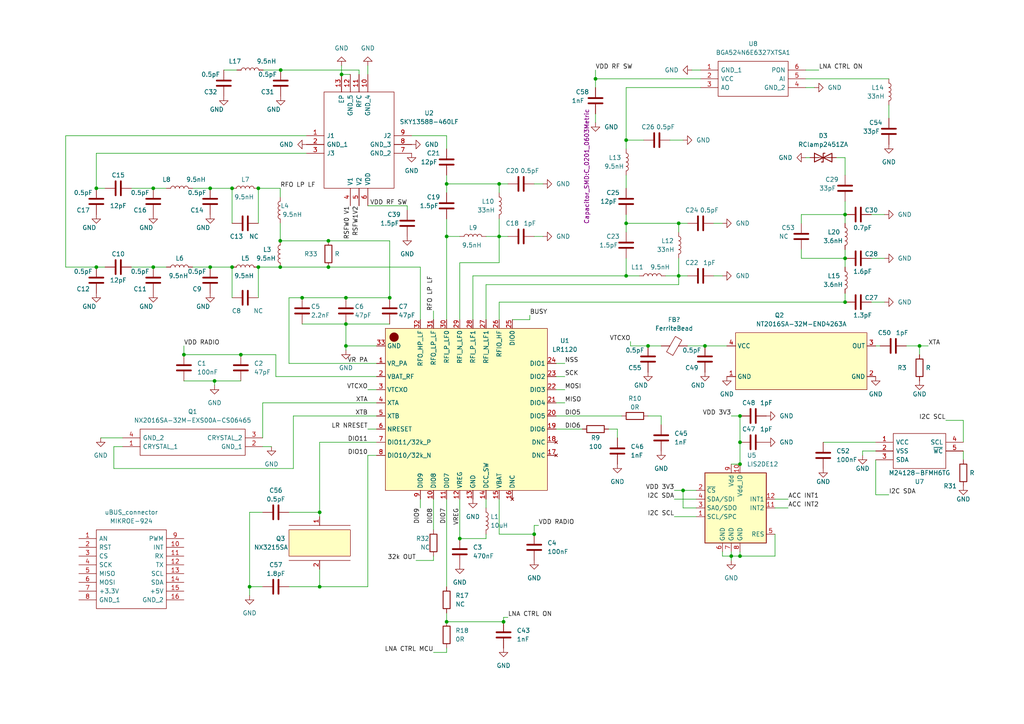
<source format=kicad_sch>
(kicad_sch (version 20211123) (generator eeschema)
  (paper "A4")
  (junction (at 214.63 128.27))
  (junction (at 74.93 54.61))
  (junction (at 100.33 100.33))
  (junction (at 212.09 161.29))
  (junction (at 154.94 154.94))
  (junction (at 245.11 87.63))
  (junction (at 100.33 93.98))
  (junction (at 44.45 77.47))
  (junction (at 181.61 40.64))
  (junction (at 196.85 80.01))
  (junction (at 245.11 74.93))
  (junction (at 198.12 142.24))
  (junction (at 27.94 54.61))
  (junction (at 53.34 102.87))
  (junction (at 81.4133 20.32))
  (junction (at 60.96 54.61))
  (junction (at 99.06 21.59))
  (junction (at 60.96 77.47))
  (junction (at 245.11 62.23))
  (junction (at 214.63 120.65))
  (junction (at 67.31 54.61))
  (junction (at 27.94 77.47))
  (junction (at 81.28 77.47))
  (junction (at 172.72 22.86))
  (junction (at 214.63 161.29))
  (junction (at 181.61 64.77))
  (junction (at 100.33 86.36))
  (junction (at 72.39 170.18))
  (junction (at 95.25 69.85))
  (junction (at 214.63 134.62))
  (junction (at 113.03 86.36))
  (junction (at 187.96 100.33))
  (junction (at 144.78 68.58))
  (junction (at 204.47 100.33))
  (junction (at 69.85 102.87))
  (junction (at 129.54 53.34))
  (junction (at 129.54 68.58))
  (junction (at 44.45 54.61))
  (junction (at 129.54 180.34))
  (junction (at 74.93 77.47))
  (junction (at 92.71 148.59))
  (junction (at 81.28 69.85))
  (junction (at 92.71 170.18))
  (junction (at 196.85 64.77))
  (junction (at 144.78 53.34))
  (junction (at 266.7 100.33))
  (junction (at 133.35 156.21))
  (junction (at 67.31 77.47))
  (junction (at 62.23 110.49))
  (junction (at 146.05 180.34))
  (junction (at 181.61 80.01))
  (junction (at 87.63 86.36))
  (junction (at 95.25 77.47))
  (wire (pts (xy 187.96 100.33) (xy 191.77 100.33)))
  (wire (pts (xy 129.54 144.78) (xy 129.54 170.18)))
  (wire (pts (xy 254 130.81) (xy 250.19 130.81)))
  (wire (pts (xy 33.02 129.54) (xy 35.56 129.54)))
  (wire (pts (xy 92.71 170.18) (xy 92.71 165.1)))
  (wire (pts (xy 100.33 93.98) (xy 113.03 93.98)))
  (wire (pts (xy 172.72 33.02) (xy 172.72 35.56)))
  (wire (pts (xy 76.2 129.54) (xy 78.74 129.54)))
  (wire (pts (xy 106.68 113.03) (xy 109.22 113.03)))
  (wire (pts (xy 76.2 170.18) (xy 72.39 170.18)))
  (wire (pts (xy 76.2 148.59) (xy 72.39 148.59)))
  (wire (pts (xy 212.09 134.62) (xy 214.63 134.62)))
  (wire (pts (xy 60.96 54.61) (xy 67.31 54.61)))
  (wire (pts (xy 266.7 100.33) (xy 269.24 100.33)))
  (wire (pts (xy 129.54 53.34) (xy 129.54 55.88)))
  (wire (pts (xy 279.4 121.92) (xy 274.32 121.92)))
  (wire (pts (xy 232.41 62.23) (xy 245.11 62.23)))
  (wire (pts (xy 262.89 100.33) (xy 266.7 100.33)))
  (wire (pts (xy 53.34 100.33) (xy 53.34 102.87)))
  (wire (pts (xy 85.09 135.89) (xy 33.02 135.89)))
  (wire (pts (xy 233.68 22.86) (xy 257.81 22.86)))
  (wire (pts (xy 212.09 120.65) (xy 214.63 120.65)))
  (wire (pts (xy 245.11 45.72) (xy 245.11 50.8)))
  (wire (pts (xy 196.85 64.77) (xy 199.39 64.77)))
  (wire (pts (xy 214.63 160.02) (xy 214.63 161.29)))
  (wire (pts (xy 254 143.51) (xy 257.81 143.51)))
  (wire (pts (xy 81.4133 20.32) (xy 104.14 20.32)))
  (wire (pts (xy 72.39 148.59) (xy 72.39 170.18)))
  (wire (pts (xy 172.72 20.32) (xy 172.72 22.86)))
  (wire (pts (xy 224.79 144.78) (xy 228.6 144.78)))
  (wire (pts (xy 245.11 58.42) (xy 245.11 62.23)))
  (wire (pts (xy 252.73 87.63) (xy 256.54 87.63)))
  (wire (pts (xy 181.61 62.23) (xy 181.61 64.77)))
  (wire (pts (xy 232.41 64.77) (xy 232.41 62.23)))
  (wire (pts (xy 140.97 92.71) (xy 140.97 82.55)))
  (wire (pts (xy 133.35 92.71) (xy 133.35 76.2)))
  (wire (pts (xy 172.72 22.86) (xy 203.2 22.86)))
  (wire (pts (xy 140.97 68.58) (xy 144.78 68.58)))
  (wire (pts (xy 99.06 19.05) (xy 99.06 21.59)))
  (wire (pts (xy 67.31 86.36) (xy 67.31 77.47)))
  (wire (pts (xy 27.94 54.61) (xy 30.48 54.61)))
  (wire (pts (xy 198.12 142.24) (xy 201.93 142.24)))
  (wire (pts (xy 195.58 149.86) (xy 201.93 149.86)))
  (wire (pts (xy 104.14 21.59) (xy 104.14 20.32)))
  (wire (pts (xy 144.78 55.88) (xy 144.78 53.34)))
  (wire (pts (xy 92.71 149.86) (xy 92.71 148.59)))
  (wire (pts (xy 254 133.35) (xy 254 143.51)))
  (wire (pts (xy 67.31 64.77) (xy 67.31 54.61)))
  (wire (pts (xy 113.03 69.85) (xy 113.03 86.36)))
  (wire (pts (xy 233.68 20.32) (xy 237.49 20.32)))
  (wire (pts (xy 233.68 25.4) (xy 236.22 25.4)))
  (wire (pts (xy 125.73 90.17) (xy 125.73 92.71)))
  (wire (pts (xy 81.28 69.85) (xy 95.25 69.85)))
  (wire (pts (xy 19.05 39.37) (xy 19.05 77.47)))
  (wire (pts (xy 80.01 102.87) (xy 69.85 102.87)))
  (wire (pts (xy 106.68 132.08) (xy 109.22 132.08)))
  (wire (pts (xy 140.97 144.78) (xy 140.97 147.32)))
  (wire (pts (xy 209.55 80.01) (xy 207.01 80.01)))
  (wire (pts (xy 196.85 64.77) (xy 181.61 64.77)))
  (wire (pts (xy 106.68 170.18) (xy 92.71 170.18)))
  (wire (pts (xy 53.34 102.87) (xy 69.85 102.87)))
  (wire (pts (xy 245.11 74.93) (xy 245.11 77.47)))
  (wire (pts (xy 72.39 170.18) (xy 72.39 172.72)))
  (wire (pts (xy 252.73 62.23) (xy 256.54 62.23)))
  (wire (pts (xy 182.88 100.33) (xy 187.96 100.33)))
  (wire (pts (xy 87.63 86.36) (xy 100.33 86.36)))
  (wire (pts (xy 196.85 80.01) (xy 199.39 80.01)))
  (wire (pts (xy 125.73 189.23) (xy 129.54 189.23)))
  (wire (pts (xy 137.16 92.71) (xy 137.16 80.01)))
  (wire (pts (xy 181.61 50.8) (xy 181.61 54.61)))
  (wire (pts (xy 83.82 148.59) (xy 92.71 148.59)))
  (wire (pts (xy 172.72 25.4) (xy 172.72 22.86)))
  (wire (pts (xy 187.96 120.65) (xy 191.77 120.65)))
  (wire (pts (xy 181.61 40.64) (xy 186.69 40.64)))
  (wire (pts (xy 106.68 19.05) (xy 106.68 21.59)))
  (wire (pts (xy 157.48 68.58) (xy 154.94 68.58)))
  (wire (pts (xy 181.61 25.4) (xy 181.61 40.64)))
  (wire (pts (xy 181.61 64.77) (xy 181.61 67.31)))
  (wire (pts (xy 118.11 59.69) (xy 118.11 60.96)))
  (wire (pts (xy 144.78 63.5) (xy 144.78 68.58)))
  (wire (pts (xy 44.45 54.61) (xy 48.26 54.61)))
  (wire (pts (xy 224.79 161.29) (xy 214.63 161.29)))
  (wire (pts (xy 245.11 85.09) (xy 245.11 87.63)))
  (wire (pts (xy 83.82 86.36) (xy 83.82 105.41)))
  (wire (pts (xy 95.25 69.85) (xy 113.03 69.85)))
  (wire (pts (xy 33.02 135.89) (xy 33.02 129.54)))
  (wire (pts (xy 161.29 105.41) (xy 163.83 105.41)))
  (wire (pts (xy 245.11 72.39) (xy 245.11 74.93)))
  (wire (pts (xy 144.78 87.63) (xy 245.11 87.63)))
  (wire (pts (xy 144.78 53.34) (xy 147.32 53.34)))
  (wire (pts (xy 144.78 154.94) (xy 154.94 154.94)))
  (wire (pts (xy 76.2 116.84) (xy 76.2 127)))
  (wire (pts (xy 144.78 76.2) (xy 144.78 68.58)))
  (wire (pts (xy 88.9 44.45) (xy 27.94 44.45)))
  (wire (pts (xy 257.81 30.48) (xy 257.81 34.29)))
  (wire (pts (xy 196.85 74.93) (xy 196.85 80.01)))
  (wire (pts (xy 64.9033 20.32) (xy 68.7133 20.32)))
  (wire (pts (xy 199.39 100.33) (xy 204.47 100.33)))
  (wire (pts (xy 144.78 144.78) (xy 144.78 154.94)))
  (wire (pts (xy 181.61 80.01) (xy 185.42 80.01)))
  (wire (pts (xy 161.29 124.46) (xy 168.91 124.46)))
  (wire (pts (xy 161.29 109.22) (xy 163.83 109.22)))
  (wire (pts (xy 194.31 40.64) (xy 198.12 40.64)))
  (wire (pts (xy 137.16 80.01) (xy 181.61 80.01)))
  (wire (pts (xy 120.65 162.56) (xy 125.73 162.56)))
  (wire (pts (xy 209.55 160.02) (xy 209.55 161.29)))
  (wire (pts (xy 224.79 154.94) (xy 224.79 161.29)))
  (wire (pts (xy 133.35 76.2) (xy 144.78 76.2)))
  (wire (pts (xy 92.71 128.27) (xy 109.22 128.27)))
  (wire (pts (xy 161.29 120.65) (xy 180.34 120.65)))
  (wire (pts (xy 121.92 144.78) (xy 121.92 147.32)))
  (wire (pts (xy 80.01 109.22) (xy 109.22 109.22)))
  (wire (pts (xy 81.28 77.47) (xy 95.25 77.47)))
  (wire (pts (xy 204.47 100.33) (xy 210.82 100.33)))
  (wire (pts (xy 80.01 109.22) (xy 80.01 102.87)))
  (wire (pts (xy 129.54 68.58) (xy 129.54 63.5)))
  (wire (pts (xy 133.35 144.78) (xy 133.35 156.21)))
  (wire (pts (xy 146.05 179.07) (xy 146.05 180.34)))
  (wire (pts (xy 144.78 92.71) (xy 144.78 87.63)))
  (wire (pts (xy 38.1 77.47) (xy 44.45 77.47)))
  (wire (pts (xy 85.09 120.65) (xy 109.22 120.65)))
  (wire (pts (xy 234.95 45.72) (xy 233.68 45.72)))
  (wire (pts (xy 100.33 93.98) (xy 100.33 100.33)))
  (wire (pts (xy 250.19 130.81) (xy 250.19 132.08)))
  (wire (pts (xy 55.88 77.47) (xy 60.96 77.47)))
  (wire (pts (xy 224.79 147.32) (xy 228.6 147.32)))
  (wire (pts (xy 129.54 187.96) (xy 129.54 189.23)))
  (wire (pts (xy 125.73 144.78) (xy 125.73 153.67)))
  (wire (pts (xy 195.58 144.78) (xy 201.93 144.78)))
  (wire (pts (xy 83.82 86.36) (xy 87.63 86.36)))
  (wire (pts (xy 196.85 67.31) (xy 196.85 64.77)))
  (wire (pts (xy 99.06 21.59) (xy 101.6 21.59)))
  (wire (pts (xy 29.21 127) (xy 35.56 127)))
  (wire (pts (xy 140.97 156.21) (xy 133.35 156.21)))
  (wire (pts (xy 238.76 128.27) (xy 254 128.27)))
  (wire (pts (xy 266.7 100.33) (xy 266.7 102.87)))
  (wire (pts (xy 201.93 147.32) (xy 198.12 147.32)))
  (wire (pts (xy 154.94 152.4) (xy 154.94 154.94)))
  (wire (pts (xy 242.57 45.72) (xy 245.11 45.72)))
  (wire (pts (xy 106.68 59.69) (xy 118.11 59.69)))
  (wire (pts (xy 129.54 68.58) (xy 129.54 92.71)))
  (wire (pts (xy 209.55 161.29) (xy 212.09 161.29)))
  (wire (pts (xy 245.11 62.23) (xy 245.11 64.77)))
  (wire (pts (xy 27.94 44.45) (xy 27.94 54.61)))
  (wire (pts (xy 19.05 77.47) (xy 27.94 77.47)))
  (wire (pts (xy 147.32 179.07) (xy 146.05 179.07)))
  (wire (pts (xy 156.21 152.4) (xy 154.94 152.4)))
  (wire (pts (xy 279.4 133.35) (xy 279.4 130.81)))
  (wire (pts (xy 129.54 180.34) (xy 146.05 180.34)))
  (wire (pts (xy 157.48 53.34) (xy 154.94 53.34)))
  (wire (pts (xy 129.54 39.37) (xy 119.38 39.37)))
  (wire (pts (xy 53.34 110.49) (xy 62.23 110.49)))
  (wire (pts (xy 252.73 74.93) (xy 256.54 74.93)))
  (wire (pts (xy 214.63 161.29) (xy 212.09 161.29)))
  (wire (pts (xy 179.07 127) (xy 179.07 124.46)))
  (wire (pts (xy 140.97 82.55) (xy 196.85 82.55)))
  (wire (pts (xy 129.54 43.18) (xy 129.54 39.37)))
  (wire (pts (xy 60.96 77.47) (xy 67.31 77.47)))
  (wire (pts (xy 279.4 128.27) (xy 279.4 121.92)))
  (wire (pts (xy 191.77 123.19) (xy 191.77 120.65)))
  (wire (pts (xy 106.68 124.46) (xy 109.22 124.46)))
  (wire (pts (xy 74.93 54.61) (xy 81.28 54.61)))
  (wire (pts (xy 74.93 64.77) (xy 74.93 54.61)))
  (wire (pts (xy 181.61 43.18) (xy 181.61 40.64)))
  (wire (pts (xy 69.85 110.49) (xy 62.23 110.49)))
  (wire (pts (xy 121.92 92.71) (xy 121.92 77.47)))
  (wire (pts (xy 87.63 93.98) (xy 100.33 93.98)))
  (wire (pts (xy 179.07 124.46) (xy 176.53 124.46)))
  (wire (pts (xy 27.94 77.47) (xy 30.48 77.47)))
  (wire (pts (xy 74.93 86.36) (xy 74.93 77.47)))
  (wire (pts (xy 198.12 147.32) (xy 198.12 142.24)))
  (wire (pts (xy 161.29 113.03) (xy 163.83 113.03)))
  (wire (pts (xy 129.54 50.8) (xy 129.54 53.34)))
  (wire (pts (xy 209.55 64.77) (xy 207.01 64.77)))
  (wire (pts (xy 129.54 177.8) (xy 129.54 180.34)))
  (wire (pts (xy 88.9 39.37) (xy 19.05 39.37)))
  (wire (pts (xy 182.88 99.06) (xy 182.88 100.33)))
  (wire (pts (xy 129.54 68.58) (xy 133.35 68.58)))
  (wire (pts (xy 62.23 110.49) (xy 62.23 111.76)))
  (wire (pts (xy 161.29 116.84) (xy 163.83 116.84)))
  (wire (pts (xy 83.82 105.41) (xy 109.22 105.41)))
  (wire (pts (xy 44.45 77.47) (xy 48.26 77.47)))
  (wire (pts (xy 196.85 82.55) (xy 196.85 80.01)))
  (wire (pts (xy 181.61 80.01) (xy 181.61 74.93)))
  (wire (pts (xy 153.67 92.71) (xy 153.67 91.44)))
  (wire (pts (xy 203.2 25.4) (xy 181.61 25.4)))
  (wire (pts (xy 74.93 77.47) (xy 81.28 77.47)))
  (wire (pts (xy 125.73 162.56) (xy 125.73 161.29)))
  (wire (pts (xy 232.41 72.39) (xy 232.41 74.93)))
  (wire (pts (xy 214.63 128.27) (xy 214.63 134.62)))
  (wire (pts (xy 106.68 132.08) (xy 106.68 170.18)))
  (wire (pts (xy 83.82 170.18) (xy 92.71 170.18)))
  (wire (pts (xy 92.71 148.59) (xy 92.71 128.27)))
  (wire (pts (xy 214.63 120.65) (xy 214.63 128.27)))
  (wire (pts (xy 55.88 54.61) (xy 60.96 54.61)))
  (wire (pts (xy 76.3333 20.32) (xy 81.4133 20.32)))
  (wire (pts (xy 212.09 161.29) (xy 212.09 160.02)))
  (wire (pts (xy 121.92 77.47) (xy 95.25 77.47)))
  (wire (pts (xy 144.78 68.58) (xy 147.32 68.58)))
  (wire (pts (xy 254 100.33) (xy 255.27 100.33)))
  (wire (pts (xy 38.1 54.61) (xy 44.45 54.61)))
  (wire (pts (xy 81.28 57.15) (xy 81.28 54.61)))
  (wire (pts (xy 193.04 80.01) (xy 196.85 80.01)))
  (wire (pts (xy 148.59 92.71) (xy 153.67 92.71)))
  (wire (pts (xy 195.58 142.24) (xy 198.12 142.24)))
  (wire (pts (xy 212.09 162.56) (xy 212.09 161.29)))
  (wire (pts (xy 100.33 100.33) (xy 109.22 100.33)))
  (wire (pts (xy 76.2 116.84) (xy 109.22 116.84)))
  (wire (pts (xy 200.66 20.32) (xy 203.2 20.32)))
  (wire (pts (xy 100.33 86.36) (xy 113.03 86.36)))
  (wire (pts (xy 81.28 69.85) (xy 81.28 64.77)))
  (wire (pts (xy 100.33 100.33) (xy 100.33 101.6)))
  (wire (pts (xy 232.41 74.93) (xy 245.11 74.93)))
  (wire (pts (xy 144.78 53.34) (xy 129.54 53.34)))
  (wire (pts (xy 85.09 135.89) (xy 85.09 120.65)))
  (wire (pts (xy 140.97 154.94) (xy 140.97 156.21)))
  (label "NSS" (at 163.83 105.41 0))
  (label "ACC INT1" (at 228.6 144.78 0))
  (label "SCK" (at 163.83 109.22 0))
  (label "DIO6" (at 163.83 124.46 0))
  (label "VDD 3V3" (at 212.09 120.65 180))
  (label "VTCXO" (at 106.68 113.03 180))
  (label "VDD RADIO" (at 156.21 152.4 0))
  (label "I2C SCL" (at 195.58 149.86 180))
  (label "LR NRESET" (at 106.68 124.46 180))
  (label "DIO7" (at 129.54 147.32 270))
  (label "RFO LP LF" (at 81.28 54.61 0))
  (label "LNA CTRL MCU" (at 125.73 189.23 180))
  (label "VDD RF SW" (at 172.72 20.32 0))
  (label "I2C SDA" (at 195.58 144.78 180))
  (label "I2C SDA" (at 257.81 143.51 0))
  (label "XTB" (at 106.68 120.65 180))
  (label "VDD RF SW" (at 118.11 59.69 180))
  (label "VDD RADIO" (at 53.34 100.33 0))
  (label "RSFW0 V1" (at 101.6 59.69 270))
  (label "VDD 3V3" (at 195.58 142.24 180))
  (label "BUSY" (at 153.67 91.44 0))
  (label "VTCXO" (at 182.88 99.06 180))
  (label "LNA CTRL ON" (at 237.49 20.32 0))
  (label "XTA" (at 269.24 100.33 0))
  (label "VREG" (at 133.35 147.32 270))
  (label "LNA CTRL ON" (at 147.32 179.07 0))
  (label "I2C SCL" (at 274.32 121.92 180))
  (label "XTA" (at 106.68 116.84 180))
  (label "RSFW1V2" (at 104.14 59.69 270))
  (label "RFO LP LF" (at 125.73 90.17 90))
  (label "DIO10" (at 106.68 132.08 180))
  (label "DIO9" (at 121.92 147.32 270))
  (label "DIO8" (at 125.73 147.32 270))
  (label "MOSI" (at 163.83 113.03 0))
  (label "VR PA" (at 106.68 105.41 180))
  (label "MISO" (at 163.83 116.84 0))
  (label "ACC INT2" (at 228.6 147.32 0))
  (label "DIO11" (at 106.68 128.27 180))
  (label "DIO5" (at 163.83 120.65 0))
  (label "32k OUT" (at 120.65 162.56 180))
  (symbol (lib_id "Device:L") (at 144.78 59.69 0) (unit 1)
    (property "Reference" "L10" (at 139.7 58.42 0) (effects (justify left)))
    (property "Value" "33nH" (at 138.43 60.96 0) (effects (justify left)))
    (property "Footprint" "Inductor_SMD:L_01005_0402Metric" (effects hide))
  )
  (symbol (lib_id "Device:C") (at 81.4133 24.13 0) (unit 1)
    (property "Reference" "C31" (at 77.6033 26.67 0))
    (property "Value" "0.5pF" (at 77.6033 21.59 0))
    (property "Footprint" "Capacitor_SMD:C_01005_0402Metric" (effects hide))
  )
  (symbol (lib_id "Device:C") (at 259.08 100.33 270) (unit 1)
    (property "Reference" "C50" (at 256.54 96.52 90))
    (property "Value" "1pF" (at 261.62 96.52 90))
    (property "Footprint" "Capacitor_SMD:C_01005_0402Metric" (effects hide))
  )
  (symbol (lib_id "Device:C") (at 172.72 29.21 180) (unit 1)
    (property "Reference" "C58" (at 168.91 26.67 0))
    (property "Value" "1nF" (at 167.64 29.21 0))
    (property "Footprint" "Capacitor_SMD:C_0201_0603Metric" (at 170.18 48.26 90))
  )
  (symbol (lib_id "power:GND") (at 44.45 62.23 0) (unit 1)
    (property "Reference" "#PWR?" (effects hide))
    (property "Value" "GND" (at 44.4501 66.04 0) (effects (justify right)))
  )
  (symbol (lib_id "Device:FerriteBead") (at 195.58 100.33 90) (unit 1)
    (property "Reference" "FB?" (at 195.5292 92.71 90))
    (property "Value" "FerriteBead" (at 195.5292 95.25 90))
  )
  (symbol (lib_id "Device:L") (at 140.97 151.13 0) (unit 1)
    (property "Reference" "L1" (at 142.24 149.8599 0) (effects (justify left)))
    (property "Value" "10uH" (at 142.24 152.3999 0) (effects (justify left)))
    (property "Footprint" "Inductor_SMD:L_0603_1608Metric" (effects hide))
  )
  (symbol (lib_id "power:GND") (at 204.47 107.95 0) (unit 1)
    (property "Reference" "#PWR?" (effects hide))
    (property "Value" "GND" (at 204.4701 111.76 0) (effects (justify right)))
  )
  (symbol (lib_id "Device:C") (at 27.94 81.28 0) (unit 1)
    (property "Reference" "C12" (at 24.13 83.82 0))
    (property "Value" "0.5pF" (at 24.13 78.74 0))
    (property "Footprint" "Capacitor_SMD:C_01005_0402Metric" (effects hide))
  )
  (symbol (lib_id "Device:C") (at 118.11 64.77 180) (unit 1)
    (property "Reference" "C39" (at 114.3 62.23 0))
    (property "Value" "1.5pF" (at 113.03 64.77 0))
    (property "Footprint" "Capacitor_SMD:C_01005_0402Metric" (effects hide))
  )
  (symbol (lib_id "Device:C") (at 69.85 106.68 0) (unit 1)
    (property "Reference" "C2" (at 73.66 105.4099 0) (effects (justify left)))
    (property "Value" "47pF" (at 73.66 107.9499 0) (effects (justify left)))
    (property "Footprint" "Capacitor_SMD:C_0201_0603Metric" (effects hide))
  )
  (symbol (lib_id "Device:R") (at 172.72 124.46 90) (unit 1)
    (property "Reference" "R9" (at 172.72 127 90))
    (property "Value" "100" (at 172.72 129.54 90))
    (property "Footprint" "Resistor_SMD:R_0201_0603Metric" (effects hide))
  )
  (symbol (lib_id "power:GND") (at 200.66 20.32 270) (unit 1)
    (property "Reference" "#PWR?" (effects hide))
    (property "Value" "GND" (at 196.85 20.3199 90) (effects (justify right)))
  )
  (symbol (lib_id "Device:C") (at 248.92 87.63 90) (unit 1)
    (property "Reference" "C27" (at 252.73 86.36 90))
    (property "Value" "1.3pF" (at 250.19 91.44 90))
    (property "Footprint" "Capacitor_SMD:C_01005_0402Metric" (effects hide))
  )
  (symbol (lib_id "power:GND") (at 222.25 128.27 90) (unit 1)
    (property "Reference" "#PWR?" (effects hide))
    (property "Value" "GND" (at 226.06 128.2699 90) (effects (justify right)))
  )
  (symbol (lib_id "Device:C") (at 71.12 86.36 270) (unit 1)
    (property "Reference" "C8" (at 68.58 90.17 90))
    (property "Value" "NC" (at 74.93 90.17 90))
    (property "Footprint" "Capacitor_SMD:C_01005_0402Metric" (effects hide))
  )
  (symbol (lib_id "power:GND") (at 157.48 53.34 90) (unit 1)
    (property "Reference" "#PWR?" (effects hide))
    (property "Value" "GND" (at 161.29 53.3399 90) (effects (justify right)))
  )
  (symbol (lib_id "SKY13588-460LF:SKY13588-460LF") (at 88.9 39.37 0) (unit 1)
    (property "Reference" "U2" (at 124.46 32.7912 0))
    (property "Value" "SKY13588-460LF" (at 124.46 35.3312 0))
    (property "Footprint" "SKY13588:QFN50P200X200X65-13N-D" (effects hide))
    (property "Datasheet" "https://www.skyworksinc.com/-/media/SkyWorks/Documents/Products/2201-2300/SKY13588_460LF_203512D.pdf" (effects hide))
    (property "Description" "RF Switch ICs .1-6GHz SP3T IL .45dB -40C +105C" (effects hide))
    (property "Height" "0.65" (effects hide))
    (property "Mouser Part Number" "873-SKY13588-460LF" (effects hide))
    (property "Mouser Price/Stock" "https://www.mouser.co.uk/ProductDetail/Skyworks-Solutions-Inc/SKY13588-460LF?qs=Xy3FNZO%2FEu8q7ADFn9Z8ag%3D%3D" (effects hide))
    (property "Manufacturer_Name" "Skyworks" (effects hide))
    (property "Manufacturer_Part_Number" "SKY13588-460LF" (effects hide))
  )
  (symbol (lib_id "BGA524N6E6327XTSA1:BGA524N6E6327XTSA1") (at 203.2 20.32 0) (unit 1)
    (property "Reference" "U8" (at 218.44 12.7 0))
    (property "Value" "BGA524N6E6327XTSA1" (at 218.44 15.24 0))
    (property "Footprint" "BGA524N6:BGS12SN6E6327XTSA1" (effects hide))
    (property "Datasheet" "https://www.infineon.com/dgdl/Infineon-BGA524N6-DS-v03_00-en.pdf?fileId=db3a304344e406b50144e44dfad302b9" (effects hide))
    (property "Description" "INFINEON - BGA524N6E6327XTSA1 - LNA, 19.6DB, 1.55GHZ-1.615GHZ, TSNP-6" (effects hide))
    (property "Mouser Part Number" "726-A524N6E6327XTSA1" (effects hide))
    (property "Mouser Price/Stock" "https://www.mouser.co.uk/ProductDetail/Infineon-Technologies/BGA524N6E6327XTSA1?qs=dZoB6MK9LKODRML%252BhnhJcg%3D%3D" (effects hide))
    (property "Manufacturer_Name" "Infineon" (effects hide))
    (property "Manufacturer_Part_Number" "BGA524N6E6327XTSA1" (effects hide))
  )
  (symbol (lib_id "Device:C") (at 232.41 68.58 180) (unit 1)
    (property "Reference" "C53" (at 228.6 66.04 0))
    (property "Value" "NC" (at 227.33 68.58 0))
    (property "Footprint" "Capacitor_SMD:C_01005_0402Metric" (effects hide))
  )
  (symbol (lib_id "power:GND") (at 256.54 74.93 90) (unit 1)
    (property "Reference" "#PWR?" (effects hide))
    (property "Value" "GND" (at 260.35 74.9299 90) (effects (justify right)))
  )
  (symbol (lib_id "power:GND") (at 209.55 80.01 90) (unit 1)
    (property "Reference" "#PWR?" (effects hide))
    (property "Value" "GND" (at 213.36 80.0099 90) (effects (justify right)))
  )
  (symbol (lib_id "power:GND") (at 137.16 144.78 0) (unit 1)
    (property "Reference" "#PWR?" (effects hide))
    (property "Value" "GND" (at 137.16 149.86 0))
  )
  (symbol (lib_id "power:GND") (at 154.94 162.56 0) (unit 1)
    (property "Reference" "#PWR?" (effects hide))
    (property "Value" "GND" (at 154.94 167.64 0))
  )
  (symbol (lib_id "power:GND") (at 256.54 62.23 90) (unit 1)
    (property "Reference" "#PWR?" (effects hide))
    (property "Value" "GND" (at 260.35 62.2299 90) (effects (justify right)))
  )
  (symbol (lib_id "Device:C") (at 179.07 130.81 0) (unit 1)
    (property "Reference" "C46" (at 182.88 129.5399 0) (effects (justify left)))
    (property "Value" "1nF" (at 182.88 132.0799 0) (effects (justify left)))
    (property "Footprint" "Capacitor_SMD:C_0201_0603Metric" (effects hide))
  )
  (symbol (lib_id "power:GND") (at 81.4133 27.94 0) (unit 1)
    (property "Reference" "#PWR?" (effects hide))
    (property "Value" "GND" (at 81.4134 31.75 0) (effects (justify right)))
  )
  (symbol (lib_id "Device:C") (at 181.61 58.42 180) (unit 1)
    (property "Reference" "C25" (at 177.8 55.88 0))
    (property "Value" "12pF" (at 176.53 58.42 0))
    (property "Footprint" "Capacitor_SMD:C_01005_0402Metric" (effects hide))
  )
  (symbol (lib_id "MIKROE-924:MIKROE-924") (at 22.86 156.21 0) (unit 1)
    (property "Reference" "uBUS_connector" (at 38.1 148.59 0))
    (property "Value" "MIKROE-924" (at 38.1 151.13 0))
    (property "Footprint" "KiCad:MIKROE924" (effects hide))
    (property "Datasheet" "https://www.mikroe.com/microsd-click" (effects hide))
    (property "Description" "microSD click mikroBUS" (effects hide))
    (property "Height" "5" (effects hide))
    (property "Manufacturer_Name" "MIKROELEKTRONIKA" (effects hide))
    (property "Manufacturer_Part_Number" "MIKROE-924" (effects hide))
    (property "Mouser Part Number" "932-MIKROE-924" (effects hide))
    (property "Mouser Price/Stock" "https://www.mouser.com/Search/Refine.aspx?Keyword=932-MIKROE-924" (effects hide))
  )
  (symbol (lib_id "Device:R") (at 129.54 173.99 0) (unit 1)
    (property "Reference" "R17" (at 132.08 172.7199 0) (effects (justify left)))
    (property "Value" "NC" (at 132.08 175.2599 0) (effects (justify left)))
    (property "Footprint" "Resistor_SMD:R_0201_0603Metric" (effects hide))
  )
  (symbol (lib_id "Device:C") (at 218.44 128.27 270) (unit 1)
    (property "Reference" "C47" (at 217.17 124.46 90))
    (property "Value" "1pF" (at 222.25 124.46 90))
    (property "Footprint" "Capacitor_SMD:C_01005_0402Metric" (effects hide))
  )
  (symbol (lib_id "Device:L") (at 81.28 73.66 180) (unit 1)
    (property "Reference" "L3" (at 78.74 72.39 0) (effects (justify left)))
    (property "Value" "9.5nH" (at 80.01 74.93 0) (effects (justify left)))
    (property "Footprint" "Inductor_SMD:L_01005_0402Metric" (effects hide))
  )
  (symbol (lib_id "Device:R") (at 266.7 106.68 180) (unit 1)
    (property "Reference" "R3" (at 261.62 106.68 0))
    (property "Value" "R" (at 269.24 106.68 0))
  )
  (symbol (lib_id "Device:C") (at 257.81 38.1 180) (unit 1)
    (property "Reference" "C54" (at 254 35.56 0))
    (property "Value" "33pF" (at 252.73 38.1 0))
    (property "Footprint" "Capacitor_SMD:C_01005_0402Metric" (effects hide))
  )
  (symbol (lib_id "power:GND") (at 78.74 129.54 0) (unit 1)
    (property "Reference" "#PWR?" (effects hide))
    (property "Value" "GND" (at 78.74 134.62 0))
  )
  (symbol (lib_id "Device:L") (at 72.5233 20.32 90) (unit 1)
    (property "Reference" "L17" (at 69.9833 17.78 90) (effects (justify left)))
    (property "Value" "9.5nH" (at 80.1433 17.78 90) (effects (justify left)))
    (property "Footprint" "Inductor_SMD:L_01005_0402Metric" (effects hide))
  )
  (symbol (lib_id "Device:C") (at 191.77 127 0) (unit 1)
    (property "Reference" "C45" (at 195.58 125.7299 0) (effects (justify left)))
    (property "Value" "1nF" (at 195.58 128.2699 0) (effects (justify left)))
    (property "Footprint" "Capacitor_SMD:C_0201_0603Metric" (effects hide))
  )
  (symbol (lib_id "Device:R") (at 95.25 73.66 180) (unit 1)
    (property "Reference" "R33" (at 90.17 73.66 0))
    (property "Value" "R" (at 97.79 73.66 0))
  )
  (symbol (lib_id "power:GND") (at 172.72 35.56 0) (unit 1)
    (property "Reference" "#PWR?" (effects hide))
    (property "Value" "GND" (at 175.26 36.8299 0) (effects (justify left)))
  )
  (symbol (lib_id "power:GND") (at 279.4 140.97 0) (unit 1)
    (property "Reference" "#PWR?" (effects hide))
    (property "Value" "GND" (at 279.4 144.78 0))
  )
  (symbol (lib_id "power:GND") (at 256.54 87.63 90) (unit 1)
    (property "Reference" "#PWR?" (effects hide))
    (property "Value" "GND" (at 260.35 87.6299 90) (effects (justify right)))
  )
  (symbol (lib_id "Device:C") (at 27.94 58.42 0) (unit 1)
    (property "Reference" "C17" (at 24.13 60.96 0))
    (property "Value" "0.5pF" (at 24.13 55.88 0))
    (property "Footprint" "Capacitor_SMD:C_01005_0402Metric" (effects hide))
  )
  (symbol (lib_id "Device:C") (at 218.44 120.65 270) (unit 1)
    (property "Reference" "C48" (at 217.17 116.84 90))
    (property "Value" "1pF" (at 222.25 116.84 90))
    (property "Footprint" "Capacitor_SMD:C_01005_0402Metric" (effects hide))
  )
  (symbol (lib_id "Device:L") (at 196.85 71.12 0) (unit 1)
    (property "Reference" "L12" (at 191.77 69.85 0) (effects (justify left)))
    (property "Value" "33nH" (at 190.5 72.39 0) (effects (justify left)))
    (property "Footprint" "Inductor_SMD:L_01005_0402Metric" (effects hide))
  )
  (symbol (lib_id "Device:C") (at 80.01 148.59 90) (unit 1)
    (property "Reference" "C56" (at 80.01 142.24 90))
    (property "Value" "0.5pF" (at 80.01 144.78 90))
    (property "Footprint" "Capacitor_SMD:C_0201_0603Metric" (effects hide))
  )
  (symbol (lib_id "power:GND") (at 44.45 85.09 0) (unit 1)
    (property "Reference" "#PWR?" (effects hide))
    (property "Value" "GND" (at 44.4501 88.9 0) (effects (justify right)))
  )
  (symbol (lib_id "Device:C") (at 129.54 59.69 180) (unit 1)
    (property "Reference" "C19" (at 125.73 57.15 0))
    (property "Value" "1.5pF" (at 124.46 59.69 0))
    (property "Footprint" "Capacitor_SMD:C_01005_0402Metric" (effects hide))
  )
  (symbol (lib_id "Device:C") (at 151.13 68.58 270) (unit 1)
    (property "Reference" "C18" (at 148.59 64.77 90))
    (property "Value" "1pF" (at 153.67 64.77 90))
    (property "Footprint" "Capacitor_SMD:C_01005_0402Metric" (effects hide))
  )
  (symbol (lib_id "power:GND") (at 60.96 85.09 0) (unit 1)
    (property "Reference" "#PWR?" (effects hide))
    (property "Value" "GND" (at 60.9601 88.9 0) (effects (justify right)))
  )
  (symbol (lib_id "Device:C") (at 60.96 81.28 0) (unit 1)
    (property "Reference" "C9" (at 57.15 83.82 0))
    (property "Value" "0.5pF" (at 57.15 78.74 0))
    (property "Footprint" "Capacitor_SMD:C_01005_0402Metric" (effects hide))
  )
  (symbol (lib_id "Device:R") (at 184.15 120.65 90) (unit 1)
    (property "Reference" "R10" (at 184.15 115.57 90))
    (property "Value" "0R" (at 184.15 118.11 90))
    (property "Footprint" "Resistor_SMD:R_0603_1608Metric" (effects hide))
  )
  (symbol (lib_id "Device:C") (at 146.05 184.15 0) (unit 1)
    (property "Reference" "C43" (at 149.86 182.8799 0) (effects (justify left)))
    (property "Value" "1nF" (at 149.86 185.4199 0) (effects (justify left)))
    (property "Footprint" "Capacitor_SMD:C_0201_0603Metric" (effects hide))
  )
  (symbol (lib_id "power:GND") (at 27.94 62.23 0) (unit 1)
    (property "Reference" "#PWR?" (effects hide))
    (property "Value" "GND" (at 27.9401 66.04 0) (effects (justify right)))
  )
  (symbol (lib_id "Device:C") (at 44.45 58.42 0) (unit 1)
    (property "Reference" "C16" (at 40.64 60.96 0))
    (property "Value" "0.5pF" (at 40.64 55.88 0))
    (property "Footprint" "Capacitor_SMD:C_01005_0402Metric" (effects hide))
  )
  (symbol (lib_id "power:GND") (at 187.96 107.95 0) (unit 1)
    (property "Reference" "#PWR?" (effects hide))
    (property "Value" "GND" (at 187.9601 111.76 0) (effects (justify right)))
  )
  (symbol (lib_id "power:GND") (at 119.38 44.45 0) (unit 1)
    (property "Reference" "#PWR?" (effects hide))
    (property "Value" "GND" (at 119.38 49.53 0))
  )
  (symbol (lib_id "power:GND") (at 212.09 162.56 0) (unit 1)
    (property "Reference" "#PWR?" (effects hide))
    (property "Value" "GND" (at 212.09 167.64 0))
  )
  (symbol (lib_id "power:GND") (at 238.76 135.89 0) (unit 1)
    (property "Reference" "#PWR?" (effects hide))
    (property "Value" "GND" (at 238.76 139.7 0))
  )
  (symbol (lib_id "power:GND") (at 146.05 187.96 0) (unit 1)
    (property "Reference" "#PWR?" (effects hide))
    (property "Value" "GND" (at 146.05 193.04 0))
  )
  (symbol (lib_id "Device:L") (at 181.61 46.99 0) (unit 1)
    (property "Reference" "L13" (at 176.53 45.72 0) (effects (justify left)))
    (property "Value" "9.5nH" (at 175.26 48.26 0) (effects (justify left)))
    (property "Footprint" "Inductor_SMD:L_01005_0402Metric" (effects hide))
  )
  (symbol (lib_id "Sensor_Motion:LIS2DE12") (at 212.09 147.32 0) (unit 1)
    (property "Reference" "U5" (at 216.6494 132.08 0) (effects (justify left)))
    (property "Value" "LIS2DE12" (at 216.6494 134.62 0) (effects (justify left)))
    (property "Footprint" "Package_LGA:LGA-12_2x2mm_P0.5mm" (effects hide))
    (property "Datasheet" "https://www.st.com/resource/en/datasheet/lis2DE12.pdf" (effects hide))
  )
  (symbol (lib_id "power:GND") (at 257.81 41.91 0) (unit 1)
    (property "Reference" "#PWR?" (effects hide))
    (property "Value" "GND" (at 257.81 46.99 0))
  )
  (symbol (lib_id "power:GND") (at 191.77 130.81 0) (unit 1)
    (property "Reference" "#PWR?" (effects hide))
    (property "Value" "GND" (at 191.77 135.89 0))
  )
  (symbol (lib_id "Device:C") (at 64.9033 24.13 0) (unit 1)
    (property "Reference" "C32" (at 61.0933 26.67 0))
    (property "Value" "0.5pF" (at 61.0933 21.59 0))
    (property "Footprint" "Capacitor_SMD:C_01005_0402Metric" (effects hide))
  )
  (symbol (lib_id "Device:C") (at 203.2 64.77 270) (unit 1)
    (property "Reference" "C24" (at 200.66 60.96 90))
    (property "Value" "0.5pF" (at 205.74 60.96 90))
    (property "Footprint" "Capacitor_SMD:C_01005_0402Metric" (effects hide))
  )
  (symbol (lib_id "Device:C") (at 129.54 46.99 180) (unit 1)
    (property "Reference" "C21" (at 125.73 44.45 0))
    (property "Value" "12pF" (at 124.46 46.99 0))
    (property "Footprint" "Capacitor_SMD:C_01005_0402Metric" (effects hide))
  )
  (symbol (lib_id "Device:C") (at 100.33 90.17 0) (unit 1)
    (property "Reference" "C6" (at 102.87 88.9 0) (effects (justify left)))
    (property "Value" "47pF" (at 102.87 91.44 0) (effects (justify left)))
    (property "Footprint" "Capacitor_SMD:C_0201_0603Metric" (effects hide))
  )
  (symbol (lib_id "Device:C") (at 87.63 90.17 0) (unit 1)
    (property "Reference" "C5" (at 90.17 88.9 0) (effects (justify left)))
    (property "Value" "2.2nF" (at 90.17 91.44 0) (effects (justify left)))
    (property "Footprint" "Capacitor_SMD:C_0201_0603Metric" (effects hide))
  )
  (symbol (lib_id "Device:C") (at 60.96 58.42 0) (unit 1)
    (property "Reference" "C14" (at 57.15 60.96 0))
    (property "Value" "0.5pF" (at 57.15 55.88 0))
    (property "Footprint" "Capacitor_SMD:C_01005_0402Metric" (effects hide))
  )
  (symbol (lib_id "power:GND") (at 99.06 19.05 180) (unit 1)
    (property "Reference" "#PWR?" (effects hide))
    (property "Value" "GND" (at 99.06 13.97 0))
  )
  (symbol (lib_id "power:GND") (at 198.12 40.64 90) (unit 1)
    (property "Reference" "#PWR?" (effects hide))
    (property "Value" "GND" (at 201.93 40.6399 90) (effects (justify right)))
  )
  (symbol (lib_id "Device:C") (at 248.92 74.93 90) (unit 1)
    (property "Reference" "C28" (at 252.73 73.66 90))
    (property "Value" "1.6pF" (at 250.19 78.74 90))
    (property "Footprint" "Capacitor_SMD:C_01005_0402Metric" (effects hide))
  )
  (symbol (lib_id "power:GND") (at 233.68 45.72 270) (unit 1)
    (property "Reference" "#PWR?" (effects hide))
    (property "Value" "GND" (at 229.87 45.7201 90) (effects (justify right)))
  )
  (symbol (lib_id "TCXO:NT2016SA-32M-END4263A") (at 231.14 104.14 0) (unit 1)
    (property "Reference" "Q2" (at 226.06 91.44 0))
    (property "Value" "NT2016SA-32M-END4263A" (at 232.41 93.98 0))
    (property "Footprint" "TXCO:NT2016SA-32M-END4263A" (effects hide))
  )
  (symbol (lib_id "Device:L") (at 52.07 54.61 90) (unit 1)
    (property "Reference" "L8" (at 49.53 52.07 90) (effects (justify left)))
    (property "Value" "9.5nH" (at 59.69 52.07 90) (effects (justify left)))
    (property "Footprint" "Inductor_SMD:L_01005_0402Metric" (effects hide))
  )
  (symbol (lib_id "Device:L") (at 71.12 77.47 90) (unit 1)
    (property "Reference" "L5" (at 72.39 74.93 90) (effects (justify left)))
    (property "Value" "9.5nH" (at 73.66 80.01 90) (effects (justify left)))
    (property "Footprint" "Inductor_SMD:L_01005_0402Metric" (effects hide))
  )
  (symbol (lib_id "power:GND") (at 179.07 134.62 0) (unit 1)
    (property "Reference" "#PWR?" (effects hide))
    (property "Value" "GND" (at 179.07 139.7 0))
  )
  (symbol (lib_id "TCXO:NX3215SA") (at 92.71 157.48 0) (unit 1)
    (property "Reference" "Q3" (at 80.01 156.21 0) (effects (justify left)))
    (property "Value" "NX3215SA" (at 73.66 158.75 0) (effects (justify left)))
    (property "Footprint" "TXCO:NX3215SA" (effects hide))
  )
  (symbol (lib_id "Device:D_TVS") (at 238.76 45.72 0) (unit 1)
    (property "Reference" "D3" (at 238.76 39.37 0))
    (property "Value" "RClamp2451ZA" (at 238.76 41.91 0))
    (property "Footprint" "Diode_SMD:D_0201_0603Metric" (effects hide))
  )
  (symbol (lib_id "Device:C") (at 204.47 104.14 0) (unit 1)
    (property "Reference" "C49" (at 200.66 106.68 0))
    (property "Value" "0.5pF" (at 200.66 101.6 0))
    (property "Footprint" "Capacitor_SMD:C_01005_0402Metric" (effects hide))
  )
  (symbol (lib_id "power:GND") (at 236.22 25.4 90) (unit 1)
    (property "Reference" "#PWR?" (effects hide))
    (property "Value" "GND" (at 240.03 25.3999 90) (effects (justify right)))
  )
  (symbol (lib_id "Device:R") (at 125.73 157.48 0) (unit 1)
    (property "Reference" "R32" (at 120.65 156.21 0) (effects (justify left)))
    (property "Value" "NC" (at 121.92 158.75 0) (effects (justify left)))
    (property "Footprint" "Resistor_SMD:R_0201_0603Metric" (effects hide))
  )
  (symbol (lib_id "Device:C") (at 245.11 54.61 180) (unit 1)
    (property "Reference" "C29" (at 241.3 52.07 0))
    (property "Value" "33pF" (at 240.03 54.61 0))
    (property "Footprint" "Capacitor_SMD:C_01005_0402Metric" (effects hide))
  )
  (symbol (lib_id "Device:C") (at 181.61 71.12 180) (unit 1)
    (property "Reference" "C23" (at 177.8 68.58 0))
    (property "Value" "1.5pF" (at 176.53 71.12 0))
    (property "Footprint" "Capacitor_SMD:C_01005_0402Metric" (effects hide))
  )
  (symbol (lib_id "power:GND") (at 118.11 68.58 0) (unit 1)
    (property "Reference" "#PWR?" (effects hide))
    (property "Value" "GND" (at 118.11 73.66 0))
  )
  (symbol (lib_id "Device:L") (at 52.07 77.47 90) (unit 1)
    (property "Reference" "L6" (at 53.34 74.93 90) (effects (justify left)))
    (property "Value" "9.5nH" (at 54.61 80.01 90) (effects (justify left)))
    (property "Footprint" "Inductor_SMD:L_01005_0402Metric" (effects hide))
  )
  (symbol (lib_id "power:GND") (at 266.7 110.49 0) (unit 1)
    (property "Reference" "#PWR?" (effects hide))
    (property "Value" "GND" (at 266.7 114.3 0))
  )
  (symbol (lib_id "Device:C") (at 53.34 106.68 0) (unit 1)
    (property "Reference" "C1" (at 57.15 105.4099 0) (effects (justify left)))
    (property "Value" "100nF" (at 57.15 107.9499 0) (effects (justify left)))
    (property "Footprint" "Capacitor_SMD:C_0201_0603Metric" (effects hide))
  )
  (symbol (lib_id "power:GND") (at 100.33 101.6 0) (unit 1)
    (property "Reference" "#PWR?" (effects hide))
    (property "Value" "GND" (at 100.33 106.68 0))
  )
  (symbol (lib_id "Device:C") (at 203.2 80.01 270) (unit 1)
    (property "Reference" "C22" (at 200.66 76.2 90))
    (property "Value" "1pF" (at 205.74 76.2 90))
    (property "Footprint" "Capacitor_SMD:C_01005_0402Metric" (effects hide))
  )
  (symbol (lib_id "Device:C") (at 113.03 90.17 0) (unit 1)
    (property "Reference" "C7" (at 115.57 88.9 0) (effects (justify left)))
    (property "Value" "47pF" (at 115.57 91.44 0) (effects (justify left)))
    (property "Footprint" "Capacitor_SMD:C_0201_0603Metric" (effects hide))
  )
  (symbol (lib_id "Device:C") (at 80.01 170.18 90) (unit 1)
    (property "Reference" "C57" (at 80.01 163.83 90))
    (property "Value" "1.8pF" (at 80.01 166.37 90))
    (property "Footprint" "Capacitor_SMD:C_0201_0603Metric" (effects hide))
  )
  (symbol (lib_id "power:GND") (at 133.35 163.83 0) (unit 1)
    (property "Reference" "#PWR?" (effects hide))
    (property "Value" "GND" (at 133.35 168.91 0))
  )
  (symbol (lib_id "LR1120:LR1120") (at 134.62 119.38 0) (unit 1)
    (property "Reference" "U1" (at 163.83 98.8312 0))
    (property "Value" "LR1120" (at 163.83 101.3712 0))
    (property "Footprint" "Package_DFN_QFN:QFN-32-1EP_5x5mm_P0.5mm_EP3.7x3.7mm_ThermalVias" (effects hide))
  )
  (symbol (lib_id "power:GND") (at 60.96 62.23 0) (unit 1)
    (property "Reference" "#PWR?" (effects hide))
    (property "Value" "GND" (at 60.9601 66.04 0) (effects (justify right)))
  )
  (symbol (lib_id "Device:L") (at 81.28 60.96 180) (unit 1)
    (property "Reference" "L4" (at 83.82 59.69 0) (effects (justify left)))
    (property "Value" "9.5nH" (at 87.63 62.23 0) (effects (justify left)))
    (property "Footprint" "Inductor_SMD:L_01005_0402Metric" (effects hide))
  )
  (symbol (lib_id "Device:L") (at 257.81 26.67 0) (unit 1)
    (property "Reference" "L14" (at 252.73 25.4 0) (effects (justify left)))
    (property "Value" "33nH" (at 251.46 27.94 0) (effects (justify left)))
    (property "Footprint" "Inductor_SMD:L_01005_0402Metric" (effects hide))
  )
  (symbol (lib_id "Device:C") (at 34.29 54.61 270) (unit 1)
    (property "Reference" "C15" (at 34.29 50.8 90))
    (property "Value" "12pF" (at 34.29 59.69 90))
    (property "Footprint" "Capacitor_SMD:C_01005_0402Metric" (effects hide))
  )
  (symbol (lib_id "Device:C") (at 190.5 40.64 270) (unit 1)
    (property "Reference" "C26" (at 187.96 36.83 90))
    (property "Value" "0.5pF" (at 193.04 36.83 90))
    (property "Footprint" "Capacitor_SMD:C_01005_0402Metric" (effects hide))
  )
  (symbol (lib_id "power:GND") (at 119.38 41.91 90) (unit 1)
    (property "Reference" "#PWR?" (effects hide))
    (property "Value" "GND" (at 123.19 41.9099 90) (effects (justify right)))
  )
  (symbol (lib_id "power:GND") (at 88.9 41.91 270) (unit 1)
    (property "Reference" "#PWR?" (effects hide))
    (property "Value" "GND" (at 85.09 41.9101 90) (effects (justify right)))
  )
  (symbol (lib_id "power:GND") (at 29.21 127 0) (unit 1)
    (property "Reference" "#PWR?" (effects hide))
    (property "Value" "GND" (at 29.21 132.08 0))
  )
  (symbol (lib_id "power:GND") (at 62.23 111.76 0) (unit 1)
    (property "Reference" "#PWR?" (effects hide))
    (property "Value" "GND" (at 62.23 116.84 0))
  )
  (symbol (lib_id "power:GND") (at 106.68 19.05 180) (unit 1)
    (property "Reference" "#PWR?" (effects hide))
    (property "Value" "GND" (at 106.68 13.97 0))
  )
  (symbol (lib_id "Device:R") (at 129.54 184.15 0) (unit 1)
    (property "Reference" "R18" (at 132.08 182.8799 0) (effects (justify left)))
    (property "Value" "0R" (at 132.08 185.4199 0) (effects (justify left)))
    (property "Footprint" "Resistor_SMD:R_0201_0603Metric" (effects hide))
  )
  (symbol (lib_id "NX2016SA-32M-EXS00A-CS06465:NX2016SA-32M-EXS00A-CS06465") (at 35.56 127 0) (unit 1)
    (property "Reference" "Q1" (at 55.88 119.38 0))
    (property "Value" "NX2016SA-32M-EXS00A-CS06465" (at 55.88 121.92 0))
    (property "Footprint" "EXS00A-CS06465:NX2016SA32MEXS00ACS06465" (effects hide))
    (property "Datasheet" "http://www.ndk.com/images/products/catalog/c_NX2016SA_e.pdf" (effects hide))
    (property "Description" "CRYSTAL 32MHZ 10PF SMD" (effects hide))
    (property "Height" "0.5" (effects hide))
    (property "Mouser Part Number" "344-NX2016SA32S06465" (effects hide))
    (property "Mouser Price/Stock" "https://www.mouser.co.uk/ProductDetail/NDK/NX2016SA-32M-EXS00A-CS06465?qs=w%2Fv1CP2dgqr82b0JjRnv4A%3D%3D" (effects hide))
    (property "Manufacturer_Name" "NDK" (effects hide))
    (property "Manufacturer_Part_Number" "NX2016SA-32M-EXS00A-CS06465" (effects hide))
  )
  (symbol (lib_id "power:GND") (at 209.55 64.77 90) (unit 1)
    (property "Reference" "#PWR?" (effects hide))
    (property "Value" "GND" (at 213.36 64.7699 90) (effects (justify right)))
  )
  (symbol (lib_id "power:GND") (at 157.48 68.58 90) (unit 1)
    (property "Reference" "#PWR?" (effects hide))
    (property "Value" "GND" (at 161.29 68.5799 90) (effects (justify right)))
  )
  (symbol (lib_id "Device:C") (at 71.12 64.77 270) (unit 1)
    (property "Reference" "C13" (at 68.58 68.58 90))
    (property "Value" "NC" (at 73.66 68.58 90))
    (property "Footprint" "Capacitor_SMD:C_01005_0402Metric" (effects hide))
  )
  (symbol (lib_id "power:GND") (at 64.9033 27.94 0) (unit 1)
    (property "Reference" "#PWR?" (effects hide))
    (property "Value" "GND" (at 64.9034 31.75 0) (effects (justify right)))
  )
  (symbol (lib_id "Device:C") (at 238.76 132.08 0) (unit 1)
    (property "Reference" "C52" (at 242.57 130.8099 0) (effects (justify left)))
    (property "Value" "100nF" (at 242.57 133.3499 0) (effects (justify left)))
    (property "Footprint" "Capacitor_SMD:C_0201_0603Metric_Pad0.64x0.40mm_HandSolder" (effects hide))
  )
  (symbol (lib_id "power:GND") (at 254 109.22 0) (unit 1)
    (property "Reference" "#PWR?" (effects hide))
    (property "Value" "GND" (at 254 114.3 0))
  )
  (symbol (lib_id "Device:L") (at 245.11 68.58 0) (unit 1)
    (property "Reference" "L20" (at 240.03 67.31 0) (effects (justify left)))
    (property "Value" "3.6nH" (at 238.76 69.85 0) (effects (justify left)))
    (property "Footprint" "Inductor_SMD:L_01005_0402Metric" (effects hide))
  )
  (symbol (lib_id "power:GND") (at 222.25 120.65 90) (unit 1)
    (property "Reference" "#PWR?" (effects hide))
    (property "Value" "GND" (at 226.06 120.6499 90) (effects (justify right)))
  )
  (symbol (lib_id "Device:C") (at 187.96 104.14 0) (unit 1)
    (property "Reference" "C55" (at 184.15 106.68 0))
    (property "Value" "0.5pF" (at 184.15 101.6 0))
    (property "Footprint" "Capacitor_SMD:C_01005_0402Metric" (effects hide))
  )
  (symbol (lib_id "power:GND") (at 72.39 172.72 0) (unit 1)
    (property "Reference" "#PWR?" (effects hide))
    (property "Value" "GND" (at 72.39 177.8 0))
  )
  (symbol (lib_id "Device:C") (at 151.13 53.34 270) (unit 1)
    (property "Reference" "C20" (at 148.59 49.53 90))
    (property "Value" "0.5pF" (at 153.67 49.53 90))
    (property "Footprint" "Capacitor_SMD:C_01005_0402Metric" (effects hide))
  )
  (symbol (lib_id "Device:C") (at 34.29 77.47 270) (unit 1)
    (property "Reference" "C10" (at 34.29 73.66 90))
    (property "Value" "12pF" (at 34.29 81.28 90))
    (property "Footprint" "Capacitor_SMD:C_01005_0402Metric" (effects hide))
  )
  (symbol (lib_id "power:GND") (at 210.82 109.22 0) (unit 1)
    (property "Reference" "#PWR?" (effects hide))
    (property "Value" "GND" (at 210.82 114.3 0))
  )
  (symbol (lib_id "M24128-BFMH6TG:M24128-BFMH6TG") (at 254 128.27 0) (unit 1)
    (property "Reference" "U7" (at 266.7 139.7 0))
    (property "Value" "M24128-BFMH6TG" (at 266.7 137.16 0))
    (property "Footprint" "M24128B:M24128BFMH6TG" (effects hide))
    (property "Datasheet" "http://www.st.com/content/ccc/resource/technical/document/datasheet/59/05/c9/5b/7b/41/48/b6/CD00259167.pdf/files/CD00259167.pdf/jcr:content/translations/en.CD00259167.pdf" (effects hide))
    (property "Description" "STMICROELECTRONICS - M24128-BFMH6TG - EEPROM, 128 Kbit, 16K x 8bit, Serial I2C (2-Wire), 1 MHz, UFDFPN, 5 Pins" (effects hide))
    (property "Height" "0.6" (effects hide))
    (property "Mouser Part Number" "511-M24128-BFMH6TG" (effects hide))
    (property "Mouser Price/Stock" "https://www.mouser.co.uk/ProductDetail/STMicroelectronics/M24128-BFMH6TG?qs=lGsJEpdjMw0B2vowlJSYsg%3D%3D" (effects hide))
    (property "Manufacturer_Name" "STMicroelectronics" (effects hide))
    (property "Manufacturer_Part_Number" "M24128-BFMH6TG" (effects hide))
  )
  (symbol (lib_id "Device:C") (at 133.35 160.02 0) (unit 1)
    (property "Reference" "C3" (at 137.16 158.7499 0) (effects (justify left)))
    (property "Value" "470nF" (at 137.16 161.2899 0) (effects (justify left)))
    (property "Footprint" "Capacitor_SMD:C_0201_0603Metric" (effects hide))
  )
  (symbol (lib_id "Device:L") (at 189.23 80.01 90) (unit 1)
    (property "Reference" "L11" (at 186.69 77.47 90) (effects (justify left)))
    (property "Value" "9.5nH" (at 194.31 77.47 90) (effects (justify left)))
    (property "Footprint" "Inductor_SMD:L_01005_0402Metric" (effects hide))
  )
  (symbol (lib_id "Device:C") (at 154.94 158.75 0) (unit 1)
    (property "Reference" "C4" (at 158.75 157.4799 0) (effects (justify left)))
    (property "Value" "100nF" (at 158.75 160.0199 0) (effects (justify left)))
    (property "Footprint" "Capacitor_SMD:C_0201_0603Metric" (effects hide))
  )
  (symbol (lib_id "Device:R") (at 279.4 137.16 180) (unit 1)
    (property "Reference" "R31" (at 275.59 140.97 0))
    (property "Value" "R" (at 281.94 137.16 0))
  )
  (symbol (lib_id "Device:L") (at 245.11 81.28 0) (unit 1)
    (property "Reference" "L15" (at 240.03 80.01 0) (effects (justify left)))
    (property "Value" "3.6nH" (at 238.76 82.55 0) (effects (justify left)))
    (property "Footprint" "Inductor_SMD:L_01005_0402Metric" (effects hide))
  )
  (symbol (lib_id "power:GND") (at 27.94 85.09 0) (unit 1)
    (property "Reference" "#PWR?" (effects hide))
    (property "Value" "GND" (at 27.9401 88.9 0) (effects (justify right)))
  )
  (symbol (lib_id "power:GND") (at 250.19 132.08 0) (unit 1)
    (property "Reference" "#PWR?" (effects hide))
    (property "Value" "GND" (at 250.19 135.89 0))
  )
  (symbol (lib_id "Device:C") (at 248.92 62.23 90) (unit 1)
    (property "Reference" "C30" (at 252.73 60.96 90))
    (property "Value" "0.7pF" (at 250.19 66.04 90))
    (property "Footprint" "Capacitor_SMD:C_01005_0402Metric" (effects hide))
  )
  (symbol (lib_id "Device:L") (at 71.12 54.61 90) (unit 1)
    (property "Reference" "L7" (at 72.39 52.07 90) (effects (justify left)))
    (property "Value" "9.5nH" (at 73.66 57.15 90) (effects (justify left)))
    (property "Footprint" "Inductor_SMD:L_01005_0402Metric" (effects hide))
  )
  (symbol (lib_id "Device:L") (at 137.16 68.58 90) (unit 1)
    (property "Reference" "L9" (at 138.43 66.04 90) (effects (justify left)))
    (property "Value" "9.5nH" (at 139.7 71.12 90) (effects (justify left)))
    (property "Footprint" "Inductor_SMD:L_01005_0402Metric" (effects hide))
  )
  (symbol (lib_id "Device:C") (at 44.45 81.28 0) (unit 1)
    (property "Reference" "C11" (at 40.64 83.82 0))
    (property "Value" "0.5pF" (at 40.64 78.74 0))
    (property "Footprint" "Capacitor_SMD:C_01005_0402Metric" (effects hide))
  )
)
</source>
